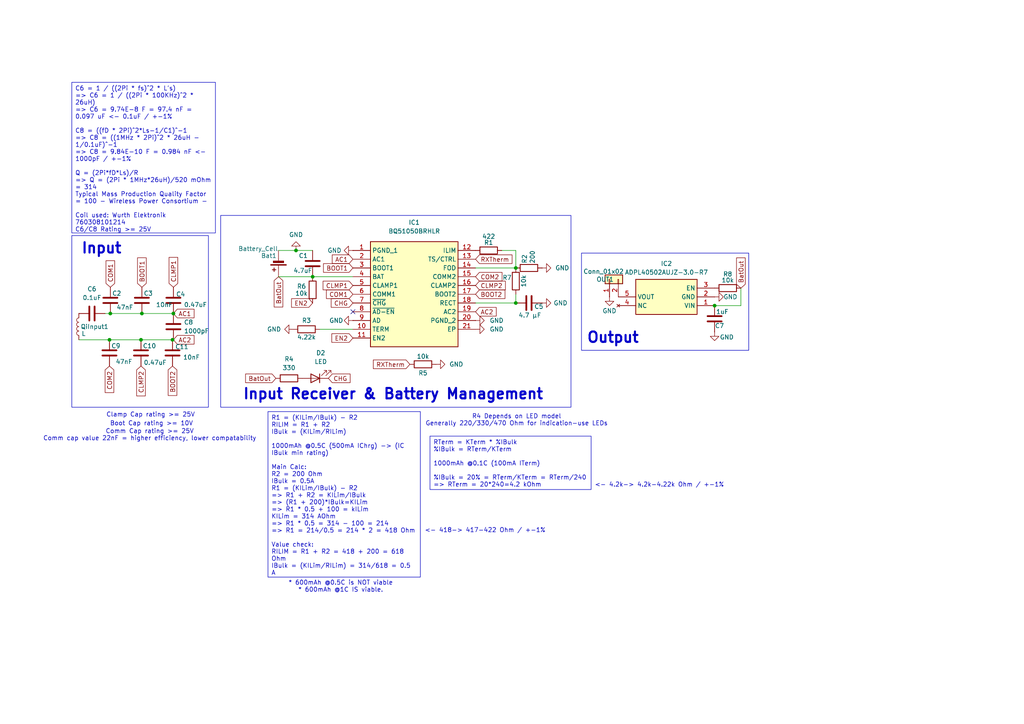
<source format=kicad_sch>
(kicad_sch (version 20231120) (generator "eeschema") (generator_version "8.0")
  (paper "A4")
  (title_block (title "Battery Charger Standard") (date "2025-11-05") (rev "1.1") (comment 1 "\"Adversity breeds talent\"") (comment 2 " 逆境出人才"))
  (lib_symbols
    (symbol "ADPL40502AUJZ-3_0-R7:ADPL40502AUJZ-3.0-R7"
      (property "Reference" "IC" (at 24.13 7.62 0))
      (property "Value" "ADPL40502AUJZ-3.0-R7" (at 24.13 5.08 0))
      (symbol "ADPL40502AUJZ-3.0-R7_1_1"
        (rectangle (start 5.08 2.54) (end 22.86 -7.62) (stroke (width 0.254)) (fill (type background)))
        (pin passive line (at 0 0 0) (length 5.08) (name "VIN") (number "1"))
        (pin passive line (at 0 -2.54 0) (length 5.08) (name "GND") (number "2"))
        (pin passive line (at 0 -5.08 0) (length 5.08) (name "EN") (number "3"))
        (pin no_connect line (at 27.94 0 180) (length 5.08) (name "NC") (number "4"))
        (pin passive line (at 27.94 -2.54 180) (length 5.08) (name "VOUT") (number "5"))
      )
    )
    (symbol "BQ51050BRHLR:BQ51050BRHLR"
      (property "Reference" "IC" (at 31.75 7.62 0))
      (property "Value" "BQ51050BRHLR" (at 31.75 5.08 0))
      (symbol "BQ51050BRHLR_1_1"
        (rectangle (start 5.08 2.54) (end 30.48 -27.94) (stroke (width 0.254)) (fill (type background)))
        (pin passive line (at 0 0 0) (length 5.08) (name "PGND_1") (number "1"))
        (pin passive line (at 0 -22.86 0) (length 5.08) (name "TERM") (number "10"))
        (pin passive line (at 0 -25.4 0) (length 5.08) (name "EN2") (number "11"))
        (pin passive line (at 35.56 0 180) (length 5.08) (name "ILIM") (number "12"))
        (pin passive line (at 35.56 -2.54 180) (length 5.08) (name "TS/CTRL") (number "13"))
        (pin passive line (at 35.56 -5.08 180) (length 5.08) (name "FOD") (number "14"))
        (pin passive line (at 35.56 -7.62 180) (length 5.08) (name "COMM2") (number "15"))
        (pin passive line (at 35.56 -10.16 180) (length 5.08) (name "CLAMP2") (number "16"))
        (pin passive line (at 35.56 -12.7 180) (length 5.08) (name "BOOT2") (number "17"))
        (pin passive line (at 35.56 -15.24 180) (length 5.08) (name "RECT") (number "18"))
        (pin passive line (at 35.56 -17.78 180) (length 5.08) (name "AC2") (number "19"))
        (pin passive line (at 0 -2.54 0) (length 5.08) (name "AC1") (number "2"))
        (pin passive line (at 35.56 -20.32 180) (length 5.08) (name "PGND_2") (number "20"))
        (pin passive line (at 35.56 -22.86 180) (length 5.08) (name "EP") (number "21"))
        (pin passive line (at 0 -5.08 0) (length 5.08) (name "BOOT1") (number "3"))
        (pin passive line (at 0 -7.62 0) (length 5.08) (name "BAT") (number "4"))
        (pin passive line (at 0 -10.16 0) (length 5.08) (name "CLAMP1") (number "5"))
        (pin passive line (at 0 -12.7 0) (length 5.08) (name "COMM1") (number "6"))
        (pin passive line (at 0 -15.24 0) (length 5.08) (name "~{CHG}") (number "7"))
        (pin passive line (at 0 -17.78 0) (length 5.08) (name "~{AD-EN}") (number "8"))
        (pin passive line (at 0 -20.32 0) (length 5.08) (name "AD") (number "9"))
      )
    )
    (symbol "Connector_Generic:Conn_01x02" (pin_names (offset 1.016) hide)
      (property "Reference" "J" (at 0 2.54 0))
      (property "Value" "Conn_01x02" (at 0 -5.08 0))
      (symbol "Conn_01x02_1_1"
        (rectangle (start -1.27 -2.413) (end 0 -2.667) (stroke (width 0.1524)))
        (rectangle (start -1.27 0.127) (end 0 -0.127) (stroke (width 0.1524)))
        (rectangle (start -1.27 1.27) (end 1.27 -3.81) (stroke (width 0.254)) (fill (type background)))
        (pin passive line (at -5.08 0 0) (length 3.81) (name "Pin_1") (number "1"))
        (pin passive line (at -5.08 -2.54 0) (length 3.81) (name "Pin_2") (number "2"))
      )
    )
    (symbol "Device:Battery_Cell" (pin_numbers hide) (pin_names (offset 0) hide)
      (property "Reference" "BT" (at 2.54 2.54 0))
      (property "Value" "Battery_Cell" (at 2.54 0 0))
      (symbol "Battery_Cell_0_1"
        (rectangle (start -2.286 1.778) (end 2.286 1.524) (fill (type outline)))
        (rectangle (start -1.524 1.016) (end 1.524 0.508) (fill (type outline)))
        (polyline (pts (xy 0 0.762) (xy 0 0)))
        (polyline (pts (xy 0 1.778) (xy 0 2.54)))
        (polyline (pts (xy 0.762 3.048) (xy 1.778 3.048)) (stroke (width 0.254)))
        (polyline (pts (xy 1.27 3.556) (xy 1.27 2.54)) (stroke (width 0.254)))
      )
      (symbol "Battery_Cell_1_1"
        (pin passive line (at 0 5.08 270) (length 2.54) (name "+") (number "1"))
        (pin passive line (at 0 -2.54 90) (length 2.54) (name "-") (number "2"))
      )
    )
    (symbol "Device:C" (pin_numbers hide) (pin_names (offset 0.254))
      (property "Reference" "C" (at 0.635 2.54 0))
      (property "Value" "C" (at 0.635 -2.54 0))
      (symbol "C_0_1"
        (polyline (pts (xy -2.032 -0.762) (xy 2.032 -0.762)) (stroke (width 0.508)))
        (polyline (pts (xy -2.032 0.762) (xy 2.032 0.762)) (stroke (width 0.508)))
      )
      (symbol "C_1_1"
        (pin passive line (at 0 3.81 270) (length 2.794) (name "~") (number "1"))
        (pin passive line (at 0 -3.81 90) (length 2.794) (name "~") (number "2"))
      )
    )
    (symbol "Device:L" (pin_numbers hide) (pin_names (offset 1.016) hide)
      (property "Reference" "L" (at -1.27 0 90))
      (property "Value" "L" (at 1.905 0 90))
      (symbol "L_0_1"
        (arc (start 0 -2.54) (mid 0.6323 -1.905) (end 0 -1.27))
        (arc (start 0 -1.27) (mid 0.6323 -0.635) (end 0 0))
        (arc (start 0 0) (mid 0.6323 0.635) (end 0 1.27))
        (arc (start 0 1.27) (mid 0.6323 1.905) (end 0 2.54))
      )
      (symbol "L_1_1"
        (pin passive line (at 0 3.81 270) (length 1.27) (name "1") (number "1"))
        (pin passive line (at 0 -3.81 90) (length 1.27) (name "2") (number "2"))
      )
    )
    (symbol "Device:LED" (pin_numbers hide) (pin_names (offset 1.016) hide)
      (property "Reference" "D" (at 0 2.54 0))
      (property "Value" "LED" (at 0 -2.54 0))
      (symbol "LED_0_1"
        (polyline (pts (xy -1.27 -1.27) (xy -1.27 1.27)) (stroke (width 0.254)))
        (polyline (pts (xy -1.27 0) (xy 1.27 0)))
        (polyline (pts (xy 1.27 -1.27) (xy 1.27 1.27) (xy -1.27 0) (xy 1.27 -1.27)) (stroke (width 0.254)))
        (polyline (pts (xy -3.048 -0.762) (xy -4.572 -2.286) (xy -3.81 -2.286) (xy -4.572 -2.286) (xy -4.572 -1.524)))
        (polyline (pts (xy -1.778 -0.762) (xy -3.302 -2.286) (xy -2.54 -2.286) (xy -3.302 -2.286) (xy -3.302 -1.524)))
      )
      (symbol "LED_1_1"
        (pin passive line (at -3.81 0 0) (length 2.54) (name "K") (number "1"))
        (pin passive line (at 3.81 0 180) (length 2.54) (name "A") (number "2"))
      )
    )
    (symbol "Device:R" (pin_numbers hide) (pin_names (offset 0))
      (property "Reference" "R" (at 2.032 0 90))
      (property "Value" "R" (at 0 0 90))
      (symbol "R_0_1"
        (rectangle (start -1.016 -2.54) (end 1.016 2.54) (stroke (width 0.254)))
      )
      (symbol "R_1_1"
        (pin passive line (at 0 3.81 270) (length 1.27) (name "~") (number "1"))
        (pin passive line (at 0 -3.81 90) (length 1.27) (name "~") (number "2"))
      )
    )
    (symbol "power:GND" (power) (pin_numbers hide) (pin_names (offset 0) hide)
      (property "Value" "GND" (at 0 -3.81 0))
      (symbol "GND_0_1"
        (polyline (pts (xy 0 0) (xy 0 -1.27) (xy 1.27 -1.27) (xy 0 -2.54) (xy -1.27 -1.27) (xy 0 -1.27)))
      )
      (symbol "GND_1_1"
        (pin power_in line (at 0 0 270) (length 0) (name "~") (number "1"))
      )
    )
  )
  (junction (at 85.852 72.644))
  (junction (at 90.678 80.264))
  (junction (at 41.148 90.932))
  (junction (at 149.606 87.884))
  (junction (at 50.292 90.932))
  (junction (at 207.264 88.646))
  (junction (at 31.75 98.552))
  (junction (at 32.004 90.932))
  (junction (at 149.606 77.724))
  (junction (at 40.894 98.552))
  (junction (at 50.038 98.552))
  (no_connect (at 102.362 90.424))
  (wire (pts (xy 22.86 98.552) (xy 31.75 98.552)))
  (wire (pts (xy 90.678 80.264) (xy 102.362 80.264)))
  (wire (pts (xy 90.678 72.644) (xy 85.852 72.644)))
  (wire (pts (xy 149.606 77.724) (xy 149.606 72.644)))
  (wire (pts (xy 214.884 88.646) (xy 214.884 83.566)))
  (wire (pts (xy 31.75 98.552) (xy 40.894 98.552)))
  (wire (pts (xy 40.894 98.552) (xy 50.038 98.552)))
  (wire (pts (xy 30.48 90.932) (xy 32.004 90.932)))
  (wire (pts (xy 137.922 87.884) (xy 149.606 87.884)))
  (wire (pts (xy 92.71 95.504) (xy 102.362 95.504)))
  (wire (pts (xy 41.148 90.932) (xy 50.292 90.932)))
  (wire (pts (xy 32.004 90.932) (xy 41.148 90.932)))
  (wire (pts (xy 149.606 85.344) (xy 149.606 87.884)))
  (wire (pts (xy 50.038 98.552) (xy 50.292 98.552)))
  (wire (pts (xy 137.922 77.724) (xy 149.606 77.724)))
  (wire (pts (xy 149.606 72.644) (xy 145.542 72.644)))
  (wire (pts (xy 207.264 88.646) (xy 214.884 88.646)))
  (wire (pts (xy 85.852 72.644) (xy 80.772 72.644)))
  (wire (pts (xy 90.678 80.264) (xy 80.772 80.264)))
  (rectangle (start 20.828 68.326) (end 60.452 118.11))
  (rectangle (start 168.656 73.406) (end 217.17 101.6))
  (rectangle (start 64.008 62.484) (end 165.608 118.11))
  (text_box "R1 = (KILim/IBulk) - R2\nRILIM = R1 + R2\nIBulk = (KILim/RILim)\n\n1000mAh @0.5C (500mA IChrg) -> (IC IBulk min rating)\n\nMain Calc:\nR2 = 200 Ohm\nIBulk = 0.5A\nR1 = (KILim/IBulk) - R2\n=> R1 + R2 = KILim/IBulk\n=> (R1 + 200)*IBulk=KILim\n=> R1 * 0.5 + 100 = kILim\nKILim = 314 AOhm\n=> R1 * 0.5 = 314 - 100 = 214\n=> R1 = 214/0.5 = 214 * 2 = 418 Ohm\n\nValue check:\nRILIM = R1 + R2 = 418 + 200 = 618 Ohm\nIBulk = (KILim/RILim) = 314/618 = 0.5 A\n" (at 77.724 119.38 0) (size 44.196 48.006) (effects (font (size 1.27 1.27)) (justify left top)))
  (text_box "C6 = 1 / ((2Pi * fs)^2 * L's)\n=> C6 = 1 / ((2Pi * 100KHz)^2 * 26uH)\n=> C6 = 9.74E-8 F = 97.4 nF = 0.097 uF <- 0.1uF / +-1%\n\nC8 = ((fD * 2Pi)^2*Ls-1/C1)^-1\n=> C8 = ((1MHz * 2Pi)^2 * 26uH - 1/0.1uF)^-1\n=> C8 = 9.84E-10 F = 0.984 nF <- 1000pF / +-1%\n\nQ = (2Pi*fD*Ls)/R\n=> Q = (2Pi * 1MHz*26uH)/520 mOhm = 314 \nTypical Mass Production Quality Factor = 100 - Wireless Power Consortium -\n\nCoil used: Wurth Elektronik 760308101214\nC6/C8 Rating >= 25V" (at 20.828 23.876 0) (size 41.656 43.688) (effects (font (size 1.27 1.27)) (justify left top)))
  (text_box "RTerm = KTerm * %IBulk\n%IBulk = RTerm/KTerm\n\n1000mAh @0.1C (100mA ITerm)\n\n%IBulk = 20% = RTerm/KTerm = RTerm/240\n=> RTerm = 20*240=4.2 kOhm" (at 124.714 126.492 0) (size 46.736 15.494) (effects (font (size 1.27 1.27)) (justify left top)))
  (text "Input Receiver & Battery Management\n\n" (at 114.046 116.84 0) (effects (font (size 3 3) (thickness 0.6) (bold yes))))
  (text "* 600mAh @0.5C is NOT viable\n* 600mAh @1C IS viable." (at 98.806 170.18 0) (effects (font (size 1.27 1.27))))
  (text "R4 Depends on LED model\nGenerally 220/330/470 Ohm for indication-use LEDs" (at 149.86 121.92 0) (effects (font (size 1.27 1.27))))
  (text "Input\n" (at 29.464 72.136 0) (effects (font (size 3 3) (thickness 0.6) (bold yes))))
  (text "<- 4.2k-> 4.2k-4.22k Ohm / +-1%" (at 191.262 140.716 0) (effects (font (size 1.27 1.27))))
  (text "Comm Cap rating >= 25V\nComm cap value 22nF = higher efficiency, lower compatability\n" (at 43.434 126.238 0) (effects (font (size 1.27 1.27))))
  (text "Boot Cap rating >= 10V\n" (at 43.942 122.936 0) (effects (font (size 1.27 1.27))))
  (text "Output\n" (at 177.8 98.044 0) (effects (font (size 3 3) (thickness 0.6) (bold yes))))
  (text "Clamp Cap rating >= 25V\n" (at 43.688 120.396 0) (effects (font (size 1.27 1.27))))
  (text "<- 418-> 417-422 Ohm / +-1%" (at 140.716 153.924 0) (effects (font (size 1.27 1.27))))
  (global_label "COM1" (shape input) (at 32.004 83.312 90) (property "Intersheetrefs" "${INTERSHEET_REFS}" (effects (hide yes))))
  (global_label "BatOut" (shape input) (at 214.884 83.566 90) (property "Intersheetrefs" "${INTERSHEET_REFS}" (effects (hide yes))))
  (global_label "RXTherm" (shape input) (at 118.872 105.664 180) (property "Intersheetrefs" "${INTERSHEET_REFS}" (effects (hide yes))))
  (global_label "COM1" (shape input) (at 102.362 85.344 180) (property "Intersheetrefs" "${INTERSHEET_REFS}" (effects (hide yes))))
  (global_label "AC1" (shape input) (at 50.292 90.932 0) (property "Intersheetrefs" "${INTERSHEET_REFS}" (effects (hide yes))))
  (global_label "AC2" (shape input) (at 137.922 90.424 0) (property "Intersheetrefs" "${INTERSHEET_REFS}" (effects (hide yes))))
  (global_label "CLMP2" (shape input) (at 137.922 82.804 0) (property "Intersheetrefs" "${INTERSHEET_REFS}" (effects (hide yes))))
  (global_label "BOOT2" (shape input) (at 50.038 106.172 270) (property "Intersheetrefs" "${INTERSHEET_REFS}" (effects (hide yes))))
  (global_label "COM2" (shape input) (at 31.75 106.172 270) (property "Intersheetrefs" "${INTERSHEET_REFS}" (effects (hide yes))))
  (global_label "CHG" (shape input) (at 102.362 87.884 180) (property "Intersheetrefs" "${INTERSHEET_REFS}" (effects (hide yes))))
  (global_label "AC2" (shape input) (at 50.292 98.552 0) (property "Intersheetrefs" "${INTERSHEET_REFS}" (effects (hide yes))))
  (global_label "EN2" (shape input) (at 90.678 87.884 180) (property "Intersheetrefs" "${INTERSHEET_REFS}" (effects (hide yes))))
  (global_label "BOOT1" (shape input) (at 102.362 77.724 180) (property "Intersheetrefs" "${INTERSHEET_REFS}" (effects (hide yes))))
  (global_label "CLMP1" (shape input) (at 102.362 82.804 180) (property "Intersheetrefs" "${INTERSHEET_REFS}" (effects (hide yes))))
  (global_label "CLMP1" (shape input) (at 50.292 83.312 90) (property "Intersheetrefs" "${INTERSHEET_REFS}" (effects (hide yes))))
  (global_label "AC1" (shape input) (at 102.362 75.184 180) (property "Intersheetrefs" "${INTERSHEET_REFS}" (effects (hide yes))))
  (global_label "RXTherm" (shape input) (at 137.922 75.184 0) (property "Intersheetrefs" "${INTERSHEET_REFS}" (effects (hide yes))))
  (global_label "CLMP2" (shape input) (at 40.894 106.172 270) (property "Intersheetrefs" "${INTERSHEET_REFS}" (effects (hide yes))))
  (global_label "BatOut" (shape input) (at 80.772 80.264 270) (property "Intersheetrefs" "${INTERSHEET_REFS}" (effects (hide yes))))
  (global_label "BOOT2" (shape input) (at 137.922 85.344 0) (property "Intersheetrefs" "${INTERSHEET_REFS}" (effects (hide yes))))
  (global_label "BOOT1" (shape input) (at 41.148 83.312 90) (property "Intersheetrefs" "${INTERSHEET_REFS}" (effects (hide yes))))
  (global_label "CHG" (shape input) (at 95.25 109.728 0) (property "Intersheetrefs" "${INTERSHEET_REFS}" (effects (hide yes))))
  (global_label "BatOut" (shape input) (at 80.01 109.728 180) (property "Intersheetrefs" "${INTERSHEET_REFS}" (effects (hide yes))))
  (global_label "COM2" (shape input) (at 137.922 80.264 0) (property "Intersheetrefs" "${INTERSHEET_REFS}" (effects (hide yes))))
  (global_label "EN2" (shape input) (at 102.362 98.044 180) (property "Intersheetrefs" "${INTERSHEET_REFS}" (effects (hide yes))))
  (symbol (lib_id "Device:L") (at 22.86 94.742 180) (unit 1)
    (property "Reference" "QiInput1" (at 23.368 94.742 0) (effects (justify right)))
    (property "Value" "L" (at 23.622 96.774 0) (effects (justify right)))
    (property "Footprint" "Connector_PinHeader_2.54mm:PinHeader_1x02_P2.54mm_Vertical" (effects (hide yes)))
    (property "Description" "Inductor" (effects (hide yes)))
  )
  (symbol (lib_id "power:GND") (at 102.362 92.964 270) (unit 1)
    (property "Reference" "#PWR07" (effects (hide yes)))
    (property "Value" "GND" (at 99.568 92.964 90) (effects (justify right)))
    (property "Description" "Power symbol creates a global label with name \"GND\" , ground" (effects (hide yes)))
  )
  (symbol (lib_id "Device:R") (at 83.82 109.728 90) (unit 1)
    (property "Reference" "R4" (at 83.82 104.14 90))
    (property "Value" "330" (at 83.82 106.68 90))
    (property "Footprint" "Resistor_SMD:R_0805_2012Metric_Pad1.20x1.40mm_HandSolder" (effects (hide yes)))
    (property "Description" "Resistor" (effects (hide yes)))
  )
  (symbol (lib_id "power:GND") (at 126.492 105.664 90) (unit 1)
    (property "Reference" "#PWR011" (effects (hide yes)))
    (property "Value" "GND" (at 130.302 105.6639 90) (effects (justify right)))
    (property "Description" "Power symbol creates a global label with name \"GND\" , ground" (effects (hide yes)))
  )
  (symbol (lib_id "Device:C") (at 40.894 102.362 0) (unit 1)
    (property "Reference" "C10" (at 41.402 100.33 0) (effects (justify left)))
    (property "Value" "0.47uF" (at 41.656 105.156 0) (effects (justify left)))
    (property "Footprint" "Capacitor_SMD:C_0805_2012Metric_Pad1.18x1.45mm_HandSolder" (effects (hide yes)))
    (property "Description" "Unpolarized capacitor" (effects (hide yes)))
  )
  (symbol (lib_id "power:GND") (at 85.09 95.504 270) (unit 1)
    (property "Reference" "#PWR09" (effects (hide yes)))
    (property "Value" "GND" (at 81.534 95.5039 90) (effects (justify right)))
    (property "Description" "Power symbol creates a global label with name \"GND\" , ground" (effects (hide yes)))
  )
  (symbol (lib_id "power:GND") (at 157.226 87.884 90) (unit 1)
    (property "Reference" "#PWR06" (effects (hide yes)))
    (property "Value" "GND" (at 160.528 87.8839 90) (effects (justify right)))
    (property "Description" "Power symbol creates a global label with name \"GND\" , ground" (effects (hide yes)))
  )
  (symbol (lib_id "power:GND") (at 207.264 96.266 0) (unit 1)
    (property "Reference" "#PWR010" (effects (hide yes)))
    (property "Value" "GND" (at 212.852 97.79 0) (effects (justify right)))
    (property "Description" "Power symbol creates a global label with name \"GND\" , ground" (effects (hide yes)))
  )
  (symbol (lib_id "Device:R") (at 88.9 95.504 90) (unit 1)
    (property "Reference" "R3" (at 88.9 92.964 90))
    (property "Value" "4.22k" (at 88.9 97.79 90))
    (property "Footprint" "Resistor_SMD:R_0805_2012Metric_Pad1.20x1.40mm_HandSolder" (effects (hide yes)))
    (property "Description" "Resistor" (effects (hide yes)))
  )
  (symbol (lib_id "Device:C") (at 50.292 87.122 0) (unit 1)
    (property "Reference" "C4" (at 51.054 85.344 0) (effects (justify left)))
    (property "Value" "0.47uF" (at 53.34 88.3919 0) (effects (justify left)))
    (property "Footprint" "Capacitor_SMD:C_0805_2012Metric_Pad1.18x1.45mm_HandSolder" (effects (hide yes)))
    (property "Description" "Unpolarized capacitor" (effects (hide yes)))
  )
  (symbol (lib_id "Device:R") (at 149.606 81.534 0) (unit 1)
    (property "Reference" "R7" (at 147.066 80.518 0))
    (property "Value" "10k" (at 151.892 81.534 90))
    (property "Footprint" "Resistor_SMD:R_0805_2012Metric_Pad1.20x1.40mm_HandSolder" (effects (hide yes)))
    (property "Description" "Resistor" (effects (hide yes)))
  )
  (symbol (lib_id "Device:C") (at 90.678 76.454 0) (unit 1)
    (property "Reference" "C1" (at 86.614 74.168 0) (effects (justify left)))
    (property "Value" "4.7uF" (at 85.09 78.486 0) (effects (justify left)))
    (property "Footprint" "Capacitor_SMD:C_0805_2012Metric_Pad1.18x1.45mm_HandSolder" (effects (hide yes)))
    (property "Description" "Unpolarized capacitor" (effects (hide yes)))
  )
  (symbol (lib_id "Device:R") (at 153.416 77.724 90) (unit 1)
    (property "Reference" "R2" (at 152.146 76.454 0) (effects (justify left)))
    (property "Value" "200" (at 154.432 76.454 0) (effects (justify left)))
    (property "Footprint" "Resistor_SMD:R_0805_2012Metric_Pad1.20x1.40mm_HandSolder" (effects (hide yes)))
    (property "Description" "Resistor" (effects (hide yes)))
  )
  (symbol (lib_id "power:GND") (at 137.922 92.964 90) (unit 1)
    (property "Reference" "#PWR08" (effects (hide yes)))
    (property "Value" "GND" (at 141.986 92.9639 90) (effects (justify right)))
    (property "Description" "Power symbol creates a global label with name \"GND\" , ground" (effects (hide yes)))
  )
  (symbol (lib_id "power:GND") (at 137.922 95.504 90) (unit 1)
    (property "Reference" "#PWR013" (effects (hide yes)))
    (property "Value" "GND" (at 141.986 95.5039 90) (effects (justify right)))
    (property "Description" "Power symbol creates a global label with name \"GND\" , ground" (effects (hide yes)))
  )
  (symbol (lib_id "Device:C") (at 31.75 102.362 0) (unit 1)
    (property "Reference" "C9" (at 32.258 100.33 0) (effects (justify left)))
    (property "Value" "47nF" (at 33.528 104.902 0) (effects (justify left)))
    (property "Footprint" "Capacitor_SMD:C_0805_2012Metric_Pad1.18x1.45mm_HandSolder" (effects (hide yes)))
    (property "Description" "Unpolarized capacitor" (effects (hide yes)))
  )
  (symbol (lib_id "Device:C") (at 153.416 87.884 270) (unit 1)
    (property "Reference" "C5" (at 154.94 88.9 90) (effects (justify left)))
    (property "Value" "4.7 μF" (at 150.368 91.44 90) (effects (justify left)))
    (property "Footprint" "Capacitor_SMD:C_0805_2012Metric_Pad1.18x1.45mm_HandSolder" (effects (hide yes)))
    (property "Description" "Unpolarized capacitor" (effects (hide yes)))
  )
  (symbol (lib_id "ADPL40502AUJZ-3_0-R7:ADPL40502AUJZ-3.0-R7") (at 207.264 88.646 180) (unit 1)
    (property "Reference" "IC2" (at 193.294 76.454 0))
    (property "Value" "ADPL40502AUJZ-3.0-R7" (at 193.294 78.994 0))
    (property "Footprint" "ADPL40502AUJZ-3.0-R7:SOT95P280X100-5N" (effects (hide yes)))
    (property "Datasheet" "https://www.analog.com/ADPL40502/datasheet" (effects (hide yes)))
    (property "Description" "Low Noise, 200mA, CMOS Linear Regulator  7 Fixed Output Voltage Options: 1.2V, 1.5V, 1.8V, 2.5V, 2.8V, 3.0V, and 3.3V" (effects (hide yes)))
    (property "Height" "1" (effects (hide yes)))
    (property "Mouser Part Number" "584-ADPL40502AUJZ30R" (effects (hide yes)))
    (property "Mouser Price/Stock" "https://www.mouser.co.uk/ProductDetail/Analog-Devices/ADPL40502AUJZ-3.0-R7?qs=jcD%2FCkGBYeOgjbJLPbZiQQ%3D%3D" (effects (hide yes)))
    (property "Manufacturer_Name" "Analog Devices" (effects (hide yes)))
    (property "Manufacturer_Part_Number" "ADPL40502AUJZ-3.0-R7" (effects (hide yes)))
  )
  (symbol (lib_id "Device:C") (at 41.148 87.122 0) (unit 1)
    (property "Reference" "C3" (at 41.656 85.09 0) (effects (justify left)))
    (property "Value" "10nF" (at 45.212 88.3919 0) (effects (justify left)))
    (property "Footprint" "Capacitor_SMD:C_0805_2012Metric_Pad1.18x1.45mm_HandSolder" (effects (hide yes)))
    (property "Description" "Unpolarized capacitor" (effects (hide yes)))
  )
  (symbol (lib_id "Device:R") (at 141.732 72.644 270) (unit 1)
    (property "Reference" "R1" (at 141.732 70.358 90))
    (property "Value" "422" (at 141.732 68.58 90))
    (property "Footprint" "Resistor_SMD:R_0805_2012Metric_Pad1.20x1.40mm_HandSolder" (effects (hide yes)))
    (property "Description" "Resistor" (effects (hide yes)))
  )
  (symbol (lib_id "Device:R") (at 90.678 84.074 180) (unit 1)
    (property "Reference" "R6" (at 86.106 83.058 0) (effects (justify right)))
    (property "Value" "10k" (at 85.598 85.09 0) (effects (justify right)))
    (property "Footprint" "Resistor_SMD:R_0805_2012Metric_Pad1.20x1.40mm_HandSolder" (effects (hide yes)))
    (property "Description" "Resistor" (effects (hide yes)))
  )
  (symbol (lib_id "Device:LED") (at 91.44 109.728 180) (unit 1)
    (property "Reference" "D2" (at 93.0275 102.362 0))
    (property "Value" "LED" (at 93.0275 104.902 0))
    (property "Footprint" "Diode_SMD:D_0805_2012Metric_Pad1.15x1.40mm_HandSolder" (effects (hide yes)))
    (property "Description" "Light emitting diode" (effects (hide yes)))
  )
  (symbol (lib_id "Device:C") (at 32.004 87.122 0) (unit 1)
    (property "Reference" "C2" (at 32.512 85.09 0) (effects (justify left)))
    (property "Value" "47nF" (at 33.782 89.154 0) (effects (justify left)))
    (property "Footprint" "Capacitor_SMD:C_0805_2012Metric_Pad1.18x1.45mm_HandSolder" (effects (hide yes)))
    (property "Description" "Unpolarized capacitor" (effects (hide yes)))
  )
  (symbol (lib_id "power:GND") (at 207.264 86.106 90) (unit 1)
    (property "Reference" "#PWR05" (effects (hide yes)))
    (property "Value" "GND" (at 209.804 86.106 90) (effects (justify right)))
    (property "Description" "Power symbol creates a global label with name \"GND\" , ground" (effects (hide yes)))
  )
  (symbol (lib_id "Device:R") (at 211.074 83.566 90) (unit 1)
    (property "Reference" "R8" (at 211.074 79.502 90))
    (property "Value" "10k" (at 211.074 81.28 90))
    (property "Footprint" "Resistor_SMD:R_0805_2012Metric_Pad1.20x1.40mm_HandSolder" (effects (hide yes)))
    (property "Description" "Resistor" (effects (hide yes)))
  )
  (symbol (lib_id "power:GND") (at 176.784 86.106 0) (unit 1)
    (property "Reference" "#PWR04" (effects (hide yes)))
    (property "Value" "GND" (at 178.816 90.17 0) (effects (justify right)))
    (property "Description" "Power symbol creates a global label with name \"GND\" , ground" (effects (hide yes)))
  )
  (symbol (lib_id "Device:C") (at 26.67 90.932 270) (unit 1)
    (property "Reference" "C6" (at 26.67 83.82 90))
    (property "Value" "0.1uF" (at 26.67 86.36 90))
    (property "Footprint" "Capacitor_SMD:C_0805_2012Metric_Pad1.18x1.45mm_HandSolder" (effects (hide yes)))
    (property "Description" "Unpolarized capacitor" (effects (hide yes)))
  )
  (symbol (lib_id "Device:C") (at 207.264 92.456 180) (unit 1)
    (property "Reference" "C7" (at 210.058 94.488 0) (effects (justify left)))
    (property "Value" "1uF" (at 211.328 90.424 0) (effects (justify left)))
    (property "Footprint" "Capacitor_SMD:C_0805_2012Metric_Pad1.18x1.45mm_HandSolder" (effects (hide yes)))
    (property "Description" "Unpolarized capacitor" (effects (hide yes)))
  )
  (symbol (lib_id "power:GND") (at 102.362 72.644 270) (unit 1)
    (property "Reference" "#PWR02" (effects (hide yes)))
    (property "Value" "GND" (at 99.06 72.6439 90) (effects (justify right)))
    (property "Description" "Power symbol creates a global label with name \"GND\" , ground" (effects (hide yes)))
  )
  (symbol (lib_id "BQ51050BRHLR:BQ51050BRHLR") (at 102.362 72.644 0) (unit 1)
    (property "Reference" "IC1" (at 120.142 64.516 0))
    (property "Value" "BQ51050BRHLR" (at 120.142 67.056 0))
    (property "Footprint" "qi chips:BQ51050BRHLR" (effects (hide yes)))
    (property "Datasheet" "http://www.ti.com/lit/gpn/bq51050b" (effects (hide yes)))
    (property "Description" "Qi (WPC) Compliant Highly Integrated Secondary-Side Direct Lithium Ion Charger." (effects (hide yes)))
    (property "Mouser Part Number" "595-BQ51050BRHLR" (effects (hide yes)))
    (property "Mouser Price/Stock" "https://www.mouser.co.uk/ProductDetail/Texas-Instruments/BQ51050BRHLR?qs=E2%2FxqS9xjzrKWrQSq%252B4jGw%3D%3D" (effects (hide yes)))
    (property "Manufacturer_Name" "Texas Instruments" (effects (hide yes)))
    (property "Manufacturer_Part_Number" "BQ51050BRHLR" (effects (hide yes)))
  )
  (symbol (lib_id "power:GND") (at 85.852 72.644 180) (unit 1)
    (property "Reference" "#PWR01" (effects (hide yes)))
    (property "Value" "GND" (at 85.852 68.072 0))
    (property "Description" "Power symbol creates a global label with name \"GND\" , ground" (effects (hide yes)))
  )
  (symbol (lib_id "Device:Battery_Cell") (at 80.772 75.184 180) (unit 1)
    (property "Reference" "Bat1" (at 75.692 74.168 0) (effects (justify right)))
    (property "Value" "Battery_Cell" (at 69.088 72.136 0) (effects (justify right)))
    (property "Footprint" "Connector_PinHeader_2.54mm:PinHeader_1x02_P2.54mm_Vertical" (effects (hide yes)))
    (property "Description" "Single-cell battery" (effects (hide yes)))
  )
  (symbol (lib_id "Device:R") (at 122.682 105.664 90) (unit 1)
    (property "Reference" "R5" (at 122.682 108.204 90))
    (property "Value" "10k" (at 122.682 103.378 90))
    (property "Footprint" "Resistor_SMD:R_0805_2012Metric_Pad1.20x1.40mm_HandSolder" (effects (hide yes)))
    (property "Description" "Resistor" (effects (hide yes)))
  )
  (symbol (lib_id "Connector_Generic:Conn_01x02") (at 176.784 81.026 90) (unit 1)
    (property "Reference" "OUT1" (at 172.974 81.026 90) (effects (justify right)))
    (property "Value" "Conn_01x02" (at 169.164 78.74 90) (effects (justify right)))
    (property "Footprint" "Connector_PinHeader_2.54mm:PinHeader_1x02_P2.54mm_Vertical" (effects (hide yes)))
    (property "Description" "Generic connector, single row, 01x02, script generated (kicad-library-utils/schlib/autogen/connector/)" (effects (hide yes)))
  )
  (symbol (lib_id "power:GND") (at 157.226 77.724 90) (unit 1)
    (property "Reference" "#PWR03" (effects (hide yes)))
    (property "Value" "GND" (at 161.036 77.7239 90) (effects (justify right)))
    (property "Description" "Power symbol creates a global label with name \"GND\" , ground" (effects (hide yes)))
  )
  (symbol (lib_id "Device:C") (at 50.292 94.742 0) (unit 1)
    (property "Reference" "C8" (at 53.34 93.4719 0) (effects (justify left)))
    (property "Value" "1000pF" (at 53.34 96.0119 0) (effects (justify left)))
    (property "Footprint" "Capacitor_SMD:C_0805_2012Metric_Pad1.18x1.45mm_HandSolder" (effects (hide yes)))
    (property "Description" "Unpolarized capacitor" (effects (hide yes)))
  )
  (symbol (lib_id "Device:C") (at 50.038 102.362 0) (unit 1)
    (property "Reference" "C11" (at 50.8 100.584 0) (effects (justify left)))
    (property "Value" "10nF" (at 53.086 103.6319 0) (effects (justify left)))
    (property "Footprint" "Capacitor_SMD:C_0805_2012Metric_Pad1.18x1.45mm_HandSolder" (effects (hide yes)))
    (property "Description" "Unpolarized capacitor" (effects (hide yes)))
  )
)
</source>
